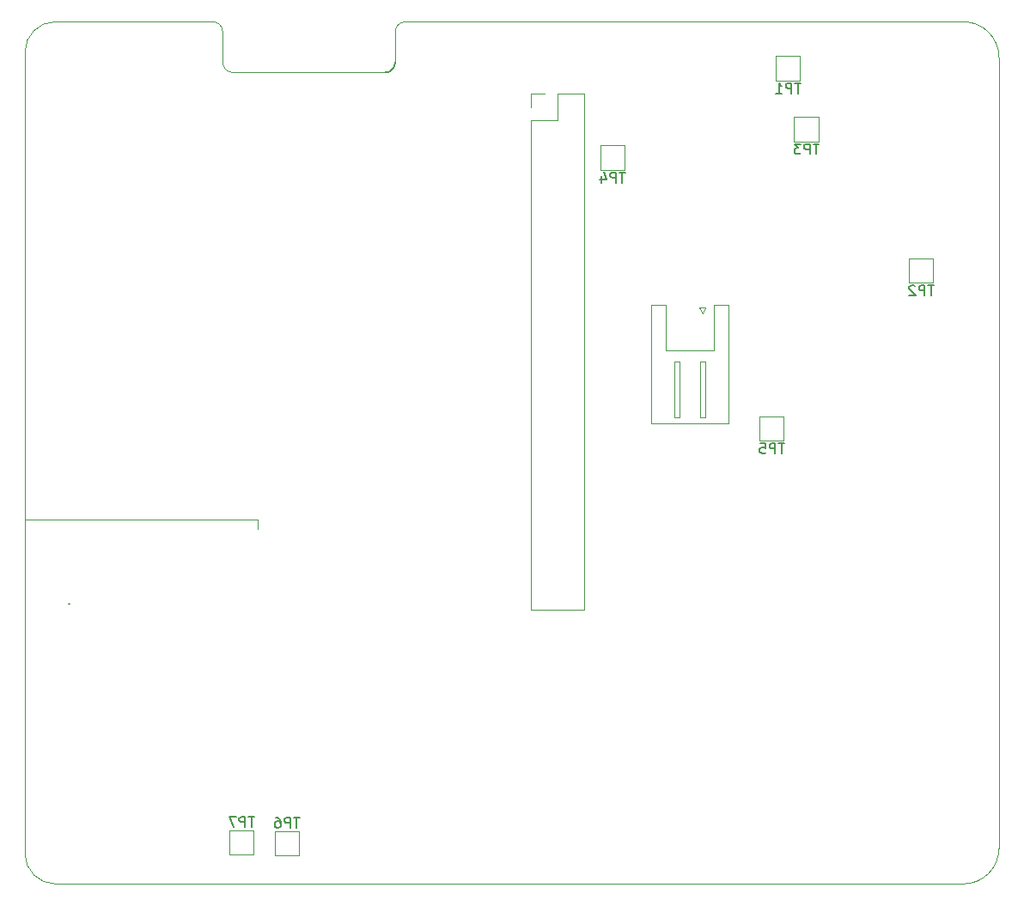
<source format=gbr>
G04 #@! TF.GenerationSoftware,KiCad,Pcbnew,(5.99.0-11120-g1d6ad4a52a)*
G04 #@! TF.CreationDate,2021-08-25T17:06:27+02:00*
G04 #@! TF.ProjectId,CarPiPowerHat,43617250-6950-46f7-9765-724861742e6b,0.2*
G04 #@! TF.SameCoordinates,Original*
G04 #@! TF.FileFunction,Legend,Bot*
G04 #@! TF.FilePolarity,Positive*
%FSLAX46Y46*%
G04 Gerber Fmt 4.6, Leading zero omitted, Abs format (unit mm)*
G04 Created by KiCad (PCBNEW (5.99.0-11120-g1d6ad4a52a)) date 2021-08-25 17:06:27*
%MOMM*%
%LPD*%
G01*
G04 APERTURE LIST*
G04 #@! TA.AperFunction,Profile*
%ADD10C,0.100000*%
G04 #@! TD*
G04 #@! TA.AperFunction,Profile*
%ADD11C,0.150000*%
G04 #@! TD*
%ADD12C,0.150000*%
%ADD13C,0.120000*%
%ADD14C,0.100000*%
%ADD15C,0.200000*%
G04 APERTURE END LIST*
D10*
X81000000Y-116500000D02*
X170500000Y-116500000D01*
X98499997Y-36500003D02*
G75*
G02*
X97500000Y-35500000I3J1000000D01*
G01*
X97500000Y-35500000D02*
X97500000Y-32500000D01*
X96500003Y-31499997D02*
G75*
G02*
X97500000Y-32500000I-3J-1000000D01*
G01*
X113500000Y-36500000D02*
X98500000Y-36500000D01*
X81000000Y-116500000D02*
G75*
G02*
X78005236Y-113500005I5236J2999995D01*
G01*
X78000000Y-34500000D02*
X78005236Y-113500005D01*
X115499997Y-31500003D02*
G75*
G03*
X114500000Y-32500000I0J-999997D01*
G01*
X96500000Y-31500000D02*
X81000000Y-31500000D01*
X173999998Y-34999998D02*
G75*
G03*
X170500000Y-31500000I-3499998J0D01*
G01*
X114500000Y-32500000D02*
X114500000Y-35500000D01*
X170500000Y-31500000D02*
X115500000Y-31500000D01*
X174000000Y-35000000D02*
X174000000Y-113000000D01*
X174000002Y-113000002D02*
G75*
G02*
X170500000Y-116500000I-3500000J2D01*
G01*
D11*
X113500000Y-36500000D02*
G75*
G03*
X114500000Y-35500000I0J1000000D01*
G01*
D10*
X78000000Y-34500000D02*
G75*
G02*
X81000000Y-31500000I3000000J0D01*
G01*
D12*
X152861904Y-73050380D02*
X152290476Y-73050380D01*
X152576190Y-74050380D02*
X152576190Y-73050380D01*
X151957142Y-74050380D02*
X151957142Y-73050380D01*
X151576190Y-73050380D01*
X151480952Y-73098000D01*
X151433333Y-73145619D01*
X151385714Y-73240857D01*
X151385714Y-73383714D01*
X151433333Y-73478952D01*
X151480952Y-73526571D01*
X151576190Y-73574190D01*
X151957142Y-73574190D01*
X150480952Y-73050380D02*
X150957142Y-73050380D01*
X151004761Y-73526571D01*
X150957142Y-73478952D01*
X150861904Y-73431333D01*
X150623809Y-73431333D01*
X150528571Y-73478952D01*
X150480952Y-73526571D01*
X150433333Y-73621809D01*
X150433333Y-73859904D01*
X150480952Y-73955142D01*
X150528571Y-74002761D01*
X150623809Y-74050380D01*
X150861904Y-74050380D01*
X150957142Y-74002761D01*
X151004761Y-73955142D01*
X105061939Y-109954370D02*
X104490511Y-109954370D01*
X104776225Y-110954370D02*
X104776225Y-109954370D01*
X104157177Y-110954370D02*
X104157177Y-109954370D01*
X103776225Y-109954370D01*
X103680987Y-110001990D01*
X103633368Y-110049609D01*
X103585749Y-110144847D01*
X103585749Y-110287704D01*
X103633368Y-110382942D01*
X103680987Y-110430561D01*
X103776225Y-110478180D01*
X104157177Y-110478180D01*
X102728606Y-109954370D02*
X102919082Y-109954370D01*
X103014320Y-110001990D01*
X103061939Y-110049609D01*
X103157177Y-110192466D01*
X103204796Y-110382942D01*
X103204796Y-110763894D01*
X103157177Y-110859132D01*
X103109558Y-110906751D01*
X103014320Y-110954370D01*
X102823844Y-110954370D01*
X102728606Y-110906751D01*
X102680987Y-110859132D01*
X102633368Y-110763894D01*
X102633368Y-110525799D01*
X102680987Y-110430561D01*
X102728606Y-110382942D01*
X102823844Y-110335323D01*
X103014320Y-110335323D01*
X103109558Y-110382942D01*
X103157177Y-110430561D01*
X103204796Y-110525799D01*
X156261904Y-43552380D02*
X155690476Y-43552380D01*
X155976190Y-44552380D02*
X155976190Y-43552380D01*
X155357142Y-44552380D02*
X155357142Y-43552380D01*
X154976190Y-43552380D01*
X154880952Y-43600000D01*
X154833333Y-43647619D01*
X154785714Y-43742857D01*
X154785714Y-43885714D01*
X154833333Y-43980952D01*
X154880952Y-44028571D01*
X154976190Y-44076190D01*
X155357142Y-44076190D01*
X154452380Y-43552380D02*
X153833333Y-43552380D01*
X154166666Y-43933333D01*
X154023809Y-43933333D01*
X153928571Y-43980952D01*
X153880952Y-44028571D01*
X153833333Y-44123809D01*
X153833333Y-44361904D01*
X153880952Y-44457142D01*
X153928571Y-44504761D01*
X154023809Y-44552380D01*
X154309523Y-44552380D01*
X154404761Y-44504761D01*
X154452380Y-44457142D01*
X167586904Y-57477380D02*
X167015476Y-57477380D01*
X167301190Y-58477380D02*
X167301190Y-57477380D01*
X166682142Y-58477380D02*
X166682142Y-57477380D01*
X166301190Y-57477380D01*
X166205952Y-57525000D01*
X166158333Y-57572619D01*
X166110714Y-57667857D01*
X166110714Y-57810714D01*
X166158333Y-57905952D01*
X166205952Y-57953571D01*
X166301190Y-58001190D01*
X166682142Y-58001190D01*
X165729761Y-57572619D02*
X165682142Y-57525000D01*
X165586904Y-57477380D01*
X165348809Y-57477380D01*
X165253571Y-57525000D01*
X165205952Y-57572619D01*
X165158333Y-57667857D01*
X165158333Y-57763095D01*
X165205952Y-57905952D01*
X165777380Y-58477380D01*
X165158333Y-58477380D01*
X137161904Y-46350380D02*
X136590476Y-46350380D01*
X136876190Y-47350380D02*
X136876190Y-46350380D01*
X136257142Y-47350380D02*
X136257142Y-46350380D01*
X135876190Y-46350380D01*
X135780952Y-46398000D01*
X135733333Y-46445619D01*
X135685714Y-46540857D01*
X135685714Y-46683714D01*
X135733333Y-46778952D01*
X135780952Y-46826571D01*
X135876190Y-46874190D01*
X136257142Y-46874190D01*
X134828571Y-46683714D02*
X134828571Y-47350380D01*
X135066666Y-46302761D02*
X135304761Y-47017047D01*
X134685714Y-47017047D01*
X100597939Y-109890370D02*
X100026511Y-109890370D01*
X100312225Y-110890370D02*
X100312225Y-109890370D01*
X99693177Y-110890370D02*
X99693177Y-109890370D01*
X99312225Y-109890370D01*
X99216987Y-109937990D01*
X99169368Y-109985609D01*
X99121749Y-110080847D01*
X99121749Y-110223704D01*
X99169368Y-110318942D01*
X99216987Y-110366561D01*
X99312225Y-110414180D01*
X99693177Y-110414180D01*
X98788415Y-109890370D02*
X98121749Y-109890370D01*
X98550320Y-110890370D01*
X154461904Y-37550380D02*
X153890476Y-37550380D01*
X154176190Y-38550380D02*
X154176190Y-37550380D01*
X153557142Y-38550380D02*
X153557142Y-37550380D01*
X153176190Y-37550380D01*
X153080952Y-37598000D01*
X153033333Y-37645619D01*
X152985714Y-37740857D01*
X152985714Y-37883714D01*
X153033333Y-37978952D01*
X153080952Y-38026571D01*
X153176190Y-38074190D01*
X153557142Y-38074190D01*
X152033333Y-38550380D02*
X152604761Y-38550380D01*
X152319047Y-38550380D02*
X152319047Y-37550380D01*
X152414285Y-37693238D01*
X152509523Y-37788476D01*
X152604761Y-37836095D01*
D13*
X129210000Y-38570000D02*
X127880000Y-38570000D01*
X130480000Y-38570000D02*
X130480000Y-41170000D01*
X127880000Y-41170000D02*
X127880000Y-89490000D01*
X133080000Y-38570000D02*
X130480000Y-38570000D01*
X133080000Y-38570000D02*
X133080000Y-89490000D01*
X133080000Y-89490000D02*
X127880000Y-89490000D01*
X130480000Y-41170000D02*
X127880000Y-41170000D01*
X127880000Y-38570000D02*
X127880000Y-39900000D01*
D14*
X100960000Y-80600000D02*
X78040000Y-80600000D01*
X100960000Y-80600000D02*
X100960000Y-80600000D01*
X78040000Y-80600000D02*
X78040000Y-81750000D01*
X100960000Y-81500000D02*
X100960000Y-80600000D01*
X78040000Y-81750000D02*
X78040000Y-81750000D01*
X100960000Y-80600000D02*
X100960000Y-81500000D01*
X78040000Y-81750000D02*
X78040000Y-80600000D01*
X100960000Y-81500000D02*
X100960000Y-81500000D01*
D15*
X82300000Y-88900000D02*
X82300000Y-88900000D01*
D14*
X78040000Y-80600000D02*
X100960000Y-80600000D01*
X78040000Y-80600000D02*
X78040000Y-80600000D01*
D15*
X82400000Y-88900000D02*
X82400000Y-88900000D01*
X82300000Y-88900000D02*
X82300000Y-88900000D01*
D14*
X78040000Y-80600000D02*
X78040000Y-80600000D01*
X100960000Y-80600000D02*
X100960000Y-80600000D01*
D15*
X82400000Y-88900000D02*
G75*
G03*
X82300000Y-88900000I-50000J0D01*
G01*
X82300000Y-88900000D02*
G75*
G03*
X82400000Y-88900000I50000J0D01*
G01*
X82400000Y-88900000D02*
G75*
G03*
X82300000Y-88900000I-50000J0D01*
G01*
D13*
X152800000Y-72800000D02*
X152800000Y-70400000D01*
X150400000Y-70400000D02*
X150400000Y-72800000D01*
X152800000Y-70400000D02*
X150400000Y-70400000D01*
X150400000Y-72800000D02*
X152800000Y-72800000D01*
X142520000Y-64990000D02*
X142520000Y-70490000D01*
X143520000Y-71100000D02*
X147330000Y-71100000D01*
X145020000Y-64990000D02*
X145020000Y-70490000D01*
X139710000Y-59380000D02*
X141130000Y-59380000D01*
X145020000Y-70490000D02*
X144520000Y-70490000D01*
X147330000Y-71100000D02*
X147330000Y-59380000D01*
X144770000Y-60290000D02*
X145070000Y-59690000D01*
X144470000Y-59690000D02*
X144770000Y-60290000D01*
X141130000Y-59380000D02*
X141130000Y-63880000D01*
X142020000Y-70490000D02*
X142020000Y-64990000D01*
X143520000Y-71100000D02*
X139710000Y-71100000D01*
X142520000Y-70490000D02*
X142020000Y-70490000D01*
X145910000Y-63880000D02*
X143520000Y-63880000D01*
X141130000Y-63880000D02*
X143520000Y-63880000D01*
X144520000Y-64990000D02*
X145020000Y-64990000D01*
X142020000Y-64990000D02*
X142520000Y-64990000D01*
X145910000Y-59380000D02*
X145910000Y-63880000D01*
X145070000Y-59690000D02*
X144470000Y-59690000D01*
X139710000Y-71100000D02*
X139710000Y-59380000D01*
X144520000Y-70490000D02*
X144520000Y-64990000D01*
X147330000Y-59380000D02*
X145910000Y-59380000D01*
X105000035Y-113699990D02*
X105000035Y-111299990D01*
X105000035Y-111299990D02*
X102600035Y-111299990D01*
X102600035Y-111299990D02*
X102600035Y-113699990D01*
X102600035Y-113699990D02*
X105000035Y-113699990D01*
X153800000Y-43302000D02*
X156200000Y-43302000D01*
X153800000Y-40902000D02*
X153800000Y-43302000D01*
X156200000Y-43302000D02*
X156200000Y-40902000D01*
X156200000Y-40902000D02*
X153800000Y-40902000D01*
X167525000Y-57227000D02*
X167525000Y-54827000D01*
X165125000Y-57227000D02*
X167525000Y-57227000D01*
X165125000Y-54827000D02*
X165125000Y-57227000D01*
X167525000Y-54827000D02*
X165125000Y-54827000D01*
X137100000Y-43700000D02*
X134700000Y-43700000D01*
X134700000Y-43700000D02*
X134700000Y-46100000D01*
X134700000Y-46100000D02*
X137100000Y-46100000D01*
X137100000Y-46100000D02*
X137100000Y-43700000D01*
X100536035Y-113635990D02*
X100536035Y-111235990D01*
X98136035Y-113635990D02*
X100536035Y-113635990D01*
X98136035Y-111235990D02*
X98136035Y-113635990D01*
X100536035Y-111235990D02*
X98136035Y-111235990D01*
X154400000Y-34900000D02*
X152000000Y-34900000D01*
X154400000Y-37300000D02*
X154400000Y-34900000D01*
X152000000Y-34900000D02*
X152000000Y-37300000D01*
X152000000Y-37300000D02*
X154400000Y-37300000D01*
M02*

</source>
